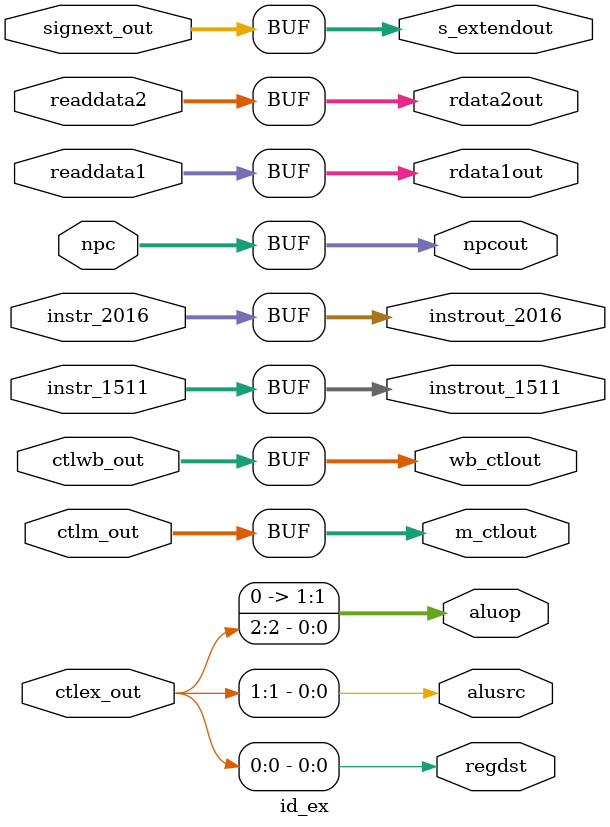
<source format=v>
`timescale 1ns / 1ps

module id_ex(
	input	wire 	[1:0]	ctlwb_out,
	input	wire 	[2:0]	ctlm_out,
	input	wire 	[3:0]	ctlex_out,
	input	wire 	[31:0]	npc, readdata1, readdata2, signext_out,
	input	wire	[4:0]	instr_2016, instr_1511,
	output	reg	    [1:0]	wb_ctlout,
	output	reg	    [2:0]	m_ctlout,
	output	reg		        regdst, alusrc,
	output	reg	    [1:0]	aluop, 
	output	reg 	[31:0]	npcout, rdata1out, rdata2out, s_extendout,
	output	reg	    [4:0]	instrout_2016, instrout_1511  
 );
		
initial begin
      //Assign 0's to everything
  		wb_ctlout 	    <= 0;
	  	m_ctlout 	    <= 0;
	  	regdst 		    <= 0;
	  	aluop 		    <= 0;
	  	alusrc 		    <= 0;
	  	npcout 		    <= 0;
	  	rdata1out 	    <= 0;  
	  	rdata2out 	    <= 0; 
	  	s_extendout 	<= 0;
		instrout_2016	<= 0; 
		instrout_1511	<= 0;
end

always @ * begin
     //Wire the inputs to the outputs corresponding outputs
 		 #1
	 	 wb_ctlout 	<= ctlwb_out;
		 m_ctlout 	<= ctlm_out;	
		 regdst 	<= ctlex_out[0];	 // ctlex_out is mapped to 3 outputs:
		 aluop 		<= ctlex_out[2];				
		 alusrc 	<= ctlex_out[1];			
		 npcout 	<= npc;
		 rdata1out 	<= readdata1;
		 rdata2out 	<= readdata2;
		 s_extendout 	<= signext_out;
		 instrout_2016 	<= instr_2016;
		 instrout_1511 	<= instr_1511;
	end
endmodule //id_ex

</source>
